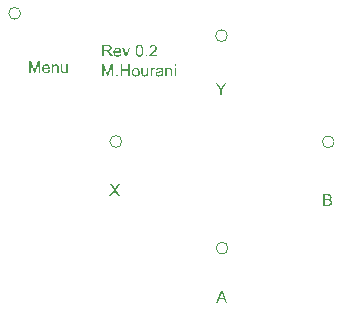
<source format=gbr>
%TF.GenerationSoftware,KiCad,Pcbnew,9.0.2*%
%TF.CreationDate,2025-07-03T16:06:06-04:00*%
%TF.ProjectId,SteamDeck_Action_Buttons_Replacement_Pad,53746561-6d44-4656-936b-5f416374696f,rev?*%
%TF.SameCoordinates,Original*%
%TF.FileFunction,Legend,Top*%
%TF.FilePolarity,Positive*%
%FSLAX46Y46*%
G04 Gerber Fmt 4.6, Leading zero omitted, Abs format (unit mm)*
G04 Created by KiCad (PCBNEW 9.0.2) date 2025-07-03 16:06:06*
%MOMM*%
%LPD*%
G01*
G04 APERTURE LIST*
%ADD10C,0.100000*%
G04 APERTURE END LIST*
D10*
G36*
X140606167Y-84180000D02*
G01*
X140993475Y-83656587D01*
X140651901Y-83175673D01*
X140809743Y-83175673D01*
X140991399Y-83432555D01*
X141072060Y-83555471D01*
X141107768Y-83500815D01*
X141151256Y-83441409D01*
X141352817Y-83175673D01*
X141496920Y-83175673D01*
X141145150Y-83649077D01*
X141524275Y-84180000D01*
X141360327Y-84180000D01*
X141108269Y-83822733D01*
X141064549Y-83755811D01*
X141016678Y-83830915D01*
X140765291Y-84180000D01*
X140606167Y-84180000D01*
G37*
G36*
X149980055Y-75630000D02*
G01*
X149980055Y-75204040D01*
X149594091Y-74625673D01*
X149755291Y-74625673D01*
X149952761Y-74928595D01*
X150054549Y-75098527D01*
X150163848Y-74921024D01*
X150357838Y-74625673D01*
X150512199Y-74625673D01*
X150112557Y-75204040D01*
X150112557Y-75630000D01*
X149980055Y-75630000D01*
G37*
G36*
X159174598Y-84019586D02*
G01*
X159235009Y-84030201D01*
X159282264Y-84046142D01*
X159325405Y-84070234D01*
X159361356Y-84101271D01*
X159390891Y-84139809D01*
X159412966Y-84183250D01*
X159425873Y-84227103D01*
X159430153Y-84272067D01*
X159426303Y-84313968D01*
X159414791Y-84354117D01*
X159395287Y-84393150D01*
X159368903Y-84427721D01*
X159334276Y-84458207D01*
X159290141Y-84484741D01*
X159347592Y-84507568D01*
X159393564Y-84537988D01*
X159429848Y-84576027D01*
X159456768Y-84621131D01*
X159473075Y-84671449D01*
X159478696Y-84728374D01*
X159471183Y-84796897D01*
X159448960Y-84859776D01*
X159414748Y-84914781D01*
X159375504Y-84953443D01*
X159327743Y-84981648D01*
X159265839Y-85003208D01*
X159196154Y-85015414D01*
X159104333Y-85020000D01*
X158722459Y-85020000D01*
X158722459Y-84903740D01*
X158855022Y-84903740D01*
X159104333Y-84903740D01*
X159194520Y-84898855D01*
X159237702Y-84887332D01*
X159270968Y-84871133D01*
X159298536Y-84847800D01*
X159321526Y-84814591D01*
X159336230Y-84775363D01*
X159341371Y-84728862D01*
X159338039Y-84691818D01*
X159328417Y-84659146D01*
X159312672Y-84630005D01*
X159291193Y-84604895D01*
X159264901Y-84585336D01*
X159233049Y-84571020D01*
X159176502Y-84558916D01*
X159086564Y-84553984D01*
X158855022Y-84553984D01*
X158855022Y-84903740D01*
X158722459Y-84903740D01*
X158722459Y-84437725D01*
X158855022Y-84437725D01*
X159071543Y-84437725D01*
X159153429Y-84434174D01*
X159197939Y-84426001D01*
X159243192Y-84405179D01*
X159274082Y-84375626D01*
X159292988Y-84337032D01*
X159299727Y-84287271D01*
X159293577Y-84239261D01*
X159275792Y-84198550D01*
X159257571Y-84175689D01*
X159235027Y-84158338D01*
X159207465Y-84146099D01*
X159155138Y-84136271D01*
X159055118Y-84131933D01*
X158855022Y-84131933D01*
X158855022Y-84437725D01*
X158722459Y-84437725D01*
X158722459Y-84015673D01*
X159098166Y-84015673D01*
X159174598Y-84019586D01*
G37*
G36*
X140533879Y-71369313D02*
G01*
X140600092Y-71378858D01*
X140647580Y-71392540D01*
X140690626Y-71414831D01*
X140727508Y-71446113D01*
X140758893Y-71487428D01*
X140782019Y-71534208D01*
X140795891Y-71583987D01*
X140800598Y-71637637D01*
X140796114Y-71689551D01*
X140783100Y-71736022D01*
X140761742Y-71778081D01*
X140731599Y-71816484D01*
X140695255Y-71847575D01*
X140648989Y-71873666D01*
X140590867Y-71894408D01*
X140518497Y-71908930D01*
X140567156Y-71935864D01*
X140598365Y-71959366D01*
X140653535Y-72018354D01*
X140708396Y-72094188D01*
X140882541Y-72370000D01*
X140715907Y-72370000D01*
X140583344Y-72158974D01*
X140487723Y-72019267D01*
X140449702Y-71975652D01*
X140420434Y-71951428D01*
X140390028Y-71934814D01*
X140359984Y-71924439D01*
X140286222Y-71919616D01*
X140132533Y-71919616D01*
X140132533Y-72370000D01*
X139999970Y-72370000D01*
X139999970Y-71807264D01*
X140132533Y-71807264D01*
X140417381Y-71807264D01*
X140503099Y-71801956D01*
X140559469Y-71788640D01*
X140591516Y-71773311D01*
X140617169Y-71753449D01*
X140637322Y-71728862D01*
X140657315Y-71685908D01*
X140663944Y-71639591D01*
X140658081Y-71594856D01*
X140641065Y-71556712D01*
X140612348Y-71523515D01*
X140575136Y-71499901D01*
X140522541Y-71484038D01*
X140449499Y-71478025D01*
X140132533Y-71478025D01*
X140132533Y-71807264D01*
X139999970Y-71807264D01*
X139999970Y-71365673D01*
X140444003Y-71365673D01*
X140533879Y-71369313D01*
G37*
G36*
X141361298Y-71634001D02*
G01*
X141423547Y-71652732D01*
X141478701Y-71683339D01*
X141527953Y-71726542D01*
X141566714Y-71778336D01*
X141595413Y-71840534D01*
X141613685Y-71915218D01*
X141620216Y-72005040D01*
X141619483Y-72037829D01*
X141078485Y-72037829D01*
X141085978Y-72097332D01*
X141100176Y-72146410D01*
X141120297Y-72186808D01*
X141146079Y-72219912D01*
X141189956Y-72254985D01*
X141239863Y-72275862D01*
X141297754Y-72283049D01*
X141341698Y-72278938D01*
X141379804Y-72267131D01*
X141413220Y-72247878D01*
X141441449Y-72221443D01*
X141466801Y-72184761D01*
X141489057Y-72135526D01*
X141616125Y-72151219D01*
X141589581Y-72221537D01*
X141552518Y-72278483D01*
X141504750Y-72324143D01*
X141462885Y-72350245D01*
X141415049Y-72369400D01*
X141360205Y-72381412D01*
X141297083Y-72385631D01*
X141218616Y-72378980D01*
X141151709Y-72360078D01*
X141094238Y-72329723D01*
X141044658Y-72287629D01*
X141005377Y-72236215D01*
X140976392Y-72174701D01*
X140957985Y-72101071D01*
X140951418Y-72012733D01*
X140957061Y-71935247D01*
X141085324Y-71935247D01*
X141490401Y-71935247D01*
X141480628Y-71876274D01*
X141464759Y-71832291D01*
X141443934Y-71800059D01*
X141412136Y-71769252D01*
X141376720Y-71747689D01*
X141336925Y-71734605D01*
X141291587Y-71730083D01*
X141237390Y-71736473D01*
X141190502Y-71755003D01*
X141149193Y-71785954D01*
X141117031Y-71826375D01*
X141095658Y-71875415D01*
X141085324Y-71935247D01*
X140957061Y-71935247D01*
X140958087Y-71921156D01*
X140976752Y-71844980D01*
X141006076Y-71781506D01*
X141045696Y-71728618D01*
X141096035Y-71684589D01*
X141152646Y-71653332D01*
X141216785Y-71634164D01*
X141290244Y-71627501D01*
X141361298Y-71634001D01*
G37*
G36*
X141971620Y-72370000D02*
G01*
X141695626Y-71643133D01*
X141825441Y-71643133D01*
X141981146Y-72078618D01*
X142027613Y-72225163D01*
X142073408Y-72086861D01*
X142234609Y-71643133D01*
X142361004Y-71643133D01*
X142086353Y-72370000D01*
X141971620Y-72370000D01*
G37*
G36*
X143203749Y-71365582D02*
G01*
X143250542Y-71376549D01*
X143292180Y-71394249D01*
X143330122Y-71418907D01*
X143363492Y-71449946D01*
X143392625Y-71487978D01*
X143427103Y-71553757D01*
X143454785Y-71637088D01*
X143470927Y-71732621D01*
X143477316Y-71874064D01*
X143472643Y-71992037D01*
X143459984Y-72085629D01*
X143441107Y-72158913D01*
X143411783Y-72227977D01*
X143375639Y-72283123D01*
X143332847Y-72326463D01*
X143281932Y-72358709D01*
X143222028Y-72378623D01*
X143150825Y-72385631D01*
X143080359Y-72378737D01*
X143020228Y-72359036D01*
X142968334Y-72326979D01*
X142923312Y-72281645D01*
X142891250Y-72232228D01*
X142864302Y-72169623D01*
X142843245Y-72091183D01*
X142829341Y-71993819D01*
X142824272Y-71874064D01*
X142824287Y-71873698D01*
X142950668Y-71873698D01*
X142955735Y-72005209D01*
X142968768Y-72097919D01*
X142986986Y-72160804D01*
X143008370Y-72201533D01*
X143040450Y-72238640D01*
X143074414Y-72263562D01*
X143110844Y-72278137D01*
X143150825Y-72283049D01*
X143190752Y-72278122D01*
X143227153Y-72263495D01*
X143261115Y-72238466D01*
X143293218Y-72201167D01*
X143314653Y-72160264D01*
X143332888Y-72097317D01*
X143345920Y-72004750D01*
X143350982Y-71873698D01*
X143345900Y-71741772D01*
X143332839Y-71648942D01*
X143314602Y-71586121D01*
X143293218Y-71545558D01*
X143261168Y-71508702D01*
X143227003Y-71483860D01*
X143190122Y-71469277D01*
X143149420Y-71464347D01*
X143108910Y-71468894D01*
X143073576Y-71482087D01*
X143042223Y-71504057D01*
X143014171Y-71535971D01*
X142990115Y-71581652D01*
X142970097Y-71648599D01*
X142956051Y-71743396D01*
X142950668Y-71873698D01*
X142824287Y-71873698D01*
X142828997Y-71755092D01*
X142841774Y-71661082D01*
X142860786Y-71587812D01*
X142890340Y-71518753D01*
X142926608Y-71463739D01*
X142969413Y-71420628D01*
X143020333Y-71388528D01*
X143080051Y-71368726D01*
X143150825Y-71361765D01*
X143203749Y-71365582D01*
G37*
G36*
X143670940Y-72370000D02*
G01*
X143670940Y-72229316D01*
X143810952Y-72229316D01*
X143810952Y-72370000D01*
X143670940Y-72370000D01*
G37*
G36*
X144636981Y-72253740D02*
G01*
X144636981Y-72370000D01*
X143975083Y-72370000D01*
X143977978Y-72326464D01*
X143989433Y-72284759D01*
X144021408Y-72219260D01*
X144070338Y-72151830D01*
X144133708Y-72085701D01*
X144231233Y-72000460D01*
X144339287Y-71906983D01*
X144409683Y-71837639D01*
X144451845Y-71787358D01*
X144485263Y-71732811D01*
X144503525Y-71683742D01*
X144509242Y-71638675D01*
X144503344Y-71591954D01*
X144486110Y-71551183D01*
X144456974Y-71514844D01*
X144419450Y-71487230D01*
X144374720Y-71470306D01*
X144320748Y-71464347D01*
X144263745Y-71470719D01*
X144217134Y-71488727D01*
X144178599Y-71518019D01*
X144149758Y-71556835D01*
X144131533Y-71605430D01*
X144124682Y-71666580D01*
X143998286Y-71653513D01*
X144010136Y-71583076D01*
X144030738Y-71524685D01*
X144059352Y-71476312D01*
X144095983Y-71436442D01*
X144140131Y-71404812D01*
X144191750Y-71381586D01*
X144252254Y-71366947D01*
X144323435Y-71361765D01*
X144395040Y-71367312D01*
X144455743Y-71382994D01*
X144507450Y-71407946D01*
X144551618Y-71442121D01*
X144588569Y-71484946D01*
X144614515Y-71531753D01*
X144630234Y-71583413D01*
X144635638Y-71641179D01*
X144629557Y-71700719D01*
X144611031Y-71759942D01*
X144579949Y-71817384D01*
X144529392Y-71882857D01*
X144461524Y-71951822D01*
X144339860Y-72059933D01*
X144239583Y-72146807D01*
X144197711Y-72186756D01*
X144168567Y-72220777D01*
X144145870Y-72253740D01*
X144636981Y-72253740D01*
G37*
G36*
X139993864Y-74050000D02*
G01*
X139993864Y-73045673D01*
X140193288Y-73045673D01*
X140430326Y-73757091D01*
X140478136Y-73905835D01*
X140531442Y-73744757D01*
X140771228Y-73045673D01*
X140949525Y-73045673D01*
X140949525Y-74050000D01*
X140821786Y-74050000D01*
X140821786Y-73208949D01*
X140530771Y-74050000D01*
X140411214Y-74050000D01*
X140121603Y-73194600D01*
X140121603Y-74050000D01*
X139993864Y-74050000D01*
G37*
G36*
X141182594Y-74050000D02*
G01*
X141182594Y-73909316D01*
X141322606Y-73909316D01*
X141322606Y-74050000D01*
X141182594Y-74050000D01*
G37*
G36*
X141556407Y-74050000D02*
G01*
X141556407Y-73045673D01*
X141688909Y-73045673D01*
X141688909Y-73459909D01*
X142209452Y-73459909D01*
X142209452Y-73045673D01*
X142341953Y-73045673D01*
X142341953Y-74050000D01*
X142209452Y-74050000D01*
X142209452Y-73576168D01*
X141688909Y-73576168D01*
X141688909Y-74050000D01*
X141556407Y-74050000D01*
G37*
G36*
X142914462Y-73313973D02*
G01*
X142978579Y-73332590D01*
X143035258Y-73362909D01*
X143085734Y-73405504D01*
X143125970Y-73457062D01*
X143155461Y-73518052D01*
X143174073Y-73590327D01*
X143180683Y-73676308D01*
X143175250Y-73769290D01*
X143160602Y-73841368D01*
X143138674Y-73896615D01*
X143106379Y-73946165D01*
X143065880Y-73987467D01*
X143016369Y-74021240D01*
X142961438Y-74045834D01*
X142903331Y-74060619D01*
X142841186Y-74065631D01*
X142766398Y-74059120D01*
X142701572Y-74040471D01*
X142644859Y-74010253D01*
X142594928Y-73967995D01*
X142555620Y-73916741D01*
X142526411Y-73854385D01*
X142507726Y-73778636D01*
X142501017Y-73686566D01*
X142501040Y-73686200D01*
X142627351Y-73686200D01*
X142631866Y-73756651D01*
X142644256Y-73813166D01*
X142663234Y-73858276D01*
X142688168Y-73894050D01*
X142720912Y-73924519D01*
X142756806Y-73945788D01*
X142796546Y-73958634D01*
X142841186Y-73963049D01*
X142885448Y-73958627D01*
X142924959Y-73945743D01*
X142960759Y-73924368D01*
X142993532Y-73893684D01*
X143018362Y-73857796D01*
X143037348Y-73812136D01*
X143049798Y-73754494D01*
X143054349Y-73682170D01*
X143049870Y-73614407D01*
X143037507Y-73559430D01*
X143018429Y-73514959D01*
X142993166Y-73479143D01*
X142960258Y-73448562D01*
X142924462Y-73427281D01*
X142885108Y-73414473D01*
X142841186Y-73410083D01*
X142796529Y-73414483D01*
X142756781Y-73427279D01*
X142720893Y-73448457D01*
X142688168Y-73478777D01*
X142663246Y-73514377D01*
X142644268Y-73559346D01*
X142631871Y-73615768D01*
X142627351Y-73686200D01*
X142501040Y-73686200D01*
X142506245Y-73604388D01*
X142520894Y-73535370D01*
X142543826Y-73477404D01*
X142574512Y-73428746D01*
X142613063Y-73388101D01*
X142661961Y-73353095D01*
X142715617Y-73328096D01*
X142774956Y-73312786D01*
X142841186Y-73307501D01*
X142914462Y-73313973D01*
G37*
G36*
X143799900Y-74050000D02*
G01*
X143799900Y-73943082D01*
X143762652Y-73988146D01*
X143721663Y-74022020D01*
X143676479Y-74045982D01*
X143626231Y-74060588D01*
X143569701Y-74065631D01*
X143507211Y-74059399D01*
X143449778Y-74041024D01*
X143399786Y-74012138D01*
X143367102Y-73979169D01*
X143344602Y-73938720D01*
X143329244Y-73887883D01*
X143323979Y-73846321D01*
X143321734Y-73773028D01*
X143321734Y-73323133D01*
X143444649Y-73323133D01*
X143444649Y-73726133D01*
X143447029Y-73814801D01*
X143452159Y-73856132D01*
X143463026Y-73886620D01*
X143479348Y-73911760D01*
X143501374Y-73932397D01*
X143527662Y-73947488D01*
X143558274Y-73956835D01*
X143594248Y-73960118D01*
X143647813Y-73953045D01*
X143698112Y-73931725D01*
X143727648Y-73910188D01*
X143750285Y-73884574D01*
X143766744Y-73854422D01*
X143781073Y-73799734D01*
X143786894Y-73712456D01*
X143786894Y-73323133D01*
X143909870Y-73323133D01*
X143909870Y-74050000D01*
X143799900Y-74050000D01*
G37*
G36*
X144100746Y-74050000D02*
G01*
X144100746Y-73323133D01*
X144211388Y-73323133D01*
X144211388Y-73432859D01*
X144255763Y-73364748D01*
X144289607Y-73331926D01*
X144327331Y-73313592D01*
X144368497Y-73307501D01*
X144408971Y-73311625D01*
X144450849Y-73324400D01*
X144494893Y-73346885D01*
X144452578Y-73460214D01*
X144406616Y-73439951D01*
X144362391Y-73433531D01*
X144324134Y-73439607D01*
X144289973Y-73457833D01*
X144262804Y-73486356D01*
X144244178Y-73525305D01*
X144228997Y-73593031D01*
X144223722Y-73669164D01*
X144223722Y-74050000D01*
X144100746Y-74050000D01*
G37*
G36*
X144963048Y-73313582D02*
G01*
X145025816Y-73329422D01*
X145078226Y-73355435D01*
X145111179Y-73384438D01*
X145133980Y-73420973D01*
X145149464Y-73468152D01*
X145153715Y-73505908D01*
X145155631Y-73581664D01*
X145155631Y-73745734D01*
X145158242Y-73902003D01*
X145163447Y-73962866D01*
X145175091Y-74007183D01*
X145194527Y-74050000D01*
X145066116Y-74050000D01*
X145050703Y-74009201D01*
X145041509Y-73959691D01*
X144972097Y-74010721D01*
X144910045Y-74041695D01*
X144845112Y-74059546D01*
X144774429Y-74065631D01*
X144714351Y-74061439D01*
X144664871Y-74049771D01*
X144624128Y-74031575D01*
X144590636Y-74007196D01*
X144562513Y-73975884D01*
X144542700Y-73941092D01*
X144530634Y-73902096D01*
X144526461Y-73857841D01*
X144526834Y-73854727D01*
X144657620Y-73854727D01*
X144661798Y-73885957D01*
X144674017Y-73913009D01*
X144694806Y-73936976D01*
X144721559Y-73954381D01*
X144757031Y-73965706D01*
X144803799Y-73969888D01*
X144850353Y-73966274D01*
X144892216Y-73955795D01*
X144930195Y-73938686D01*
X144964197Y-73915004D01*
X144991043Y-73886696D01*
X145011467Y-73853323D01*
X145025529Y-73806151D01*
X145031250Y-73729858D01*
X145031250Y-73684612D01*
X144955542Y-73708182D01*
X144830422Y-73731385D01*
X144760408Y-73744323D01*
X144723199Y-73756114D01*
X144695077Y-73773185D01*
X144674656Y-73796170D01*
X144661905Y-73823910D01*
X144657620Y-73854727D01*
X144526834Y-73854727D01*
X144532608Y-73806494D01*
X144550703Y-73760450D01*
X144578928Y-73720475D01*
X144614206Y-73689741D01*
X144655605Y-73666484D01*
X144702683Y-73649380D01*
X144811981Y-73630940D01*
X144950767Y-73609733D01*
X145031250Y-73588869D01*
X145031983Y-73556934D01*
X145027355Y-73508298D01*
X145015243Y-73474500D01*
X144997117Y-73451543D01*
X144963240Y-73429703D01*
X144917738Y-73415396D01*
X144857105Y-73410083D01*
X144799745Y-73414195D01*
X144758319Y-73424996D01*
X144729000Y-73440858D01*
X144705542Y-73464360D01*
X144684982Y-73499511D01*
X144667878Y-73549790D01*
X144547650Y-73533426D01*
X144561670Y-73482531D01*
X144579785Y-73440980D01*
X144601566Y-73407336D01*
X144629273Y-73378702D01*
X144665002Y-73354041D01*
X144710193Y-73333452D01*
X144784673Y-73314345D01*
X144874874Y-73307501D01*
X144963048Y-73313582D01*
G37*
G36*
X145345774Y-74050000D02*
G01*
X145345774Y-73323133D01*
X145456477Y-73323133D01*
X145456477Y-73425959D01*
X145491593Y-73383008D01*
X145531446Y-73350367D01*
X145576603Y-73326982D01*
X145628099Y-73312541D01*
X145687348Y-73307501D01*
X145750949Y-73313543D01*
X145807882Y-73331132D01*
X145857227Y-73359335D01*
X145890191Y-73392986D01*
X145913124Y-73434110D01*
X145928476Y-73483906D01*
X145933209Y-73524494D01*
X145935315Y-73603524D01*
X145935315Y-74050000D01*
X145812339Y-74050000D01*
X145812339Y-73607554D01*
X145808127Y-73537076D01*
X145797990Y-73494897D01*
X145778346Y-73461567D01*
X145747126Y-73435301D01*
X145708143Y-73418779D01*
X145661397Y-73413014D01*
X145610889Y-73418691D01*
X145566145Y-73435267D01*
X145525781Y-73463023D01*
X145503267Y-73489652D01*
X145485485Y-73527702D01*
X145473350Y-73580619D01*
X145468750Y-73652739D01*
X145468750Y-74050000D01*
X145345774Y-74050000D01*
G37*
G36*
X146124176Y-73186357D02*
G01*
X146124176Y-73045673D01*
X146247091Y-73045673D01*
X146247091Y-73186357D01*
X146124176Y-73186357D01*
G37*
G36*
X146124176Y-74050000D02*
G01*
X146124176Y-73323133D01*
X146247091Y-73323133D01*
X146247091Y-74050000D01*
X146124176Y-74050000D01*
G37*
G36*
X150605205Y-93240000D02*
G01*
X150454202Y-93240000D01*
X150337393Y-92935184D01*
X149918639Y-92935184D01*
X149808668Y-93240000D01*
X149667923Y-93240000D01*
X149826561Y-92825764D01*
X149956924Y-92825764D01*
X150296421Y-92825764D01*
X150191885Y-92548487D01*
X150148206Y-92427490D01*
X150120872Y-92340881D01*
X150097918Y-92436495D01*
X150066894Y-92532123D01*
X149956924Y-92825764D01*
X149826561Y-92825764D01*
X150052545Y-92235673D01*
X150195305Y-92235673D01*
X150605205Y-93240000D01*
G37*
G36*
X133803864Y-73760000D02*
G01*
X133803864Y-72755673D01*
X134003288Y-72755673D01*
X134240326Y-73467091D01*
X134288136Y-73615835D01*
X134341442Y-73454757D01*
X134581228Y-72755673D01*
X134759525Y-72755673D01*
X134759525Y-73760000D01*
X134631786Y-73760000D01*
X134631786Y-72918949D01*
X134340771Y-73760000D01*
X134221214Y-73760000D01*
X133931603Y-72904600D01*
X133931603Y-73760000D01*
X133803864Y-73760000D01*
G37*
G36*
X135326636Y-73024001D02*
G01*
X135388886Y-73042732D01*
X135444040Y-73073339D01*
X135493292Y-73116542D01*
X135532053Y-73168336D01*
X135560751Y-73230534D01*
X135579024Y-73305218D01*
X135585554Y-73395040D01*
X135584822Y-73427829D01*
X135043824Y-73427829D01*
X135051317Y-73487332D01*
X135065514Y-73536410D01*
X135085635Y-73576808D01*
X135111418Y-73609912D01*
X135155294Y-73644985D01*
X135205201Y-73665862D01*
X135263093Y-73673049D01*
X135307036Y-73668938D01*
X135345142Y-73657131D01*
X135378558Y-73637878D01*
X135406787Y-73611443D01*
X135432140Y-73574761D01*
X135454396Y-73525526D01*
X135581463Y-73541219D01*
X135554919Y-73611537D01*
X135517856Y-73668483D01*
X135470088Y-73714143D01*
X135428223Y-73740245D01*
X135380388Y-73759400D01*
X135325543Y-73771412D01*
X135262421Y-73775631D01*
X135183955Y-73768980D01*
X135117048Y-73750078D01*
X135059577Y-73719723D01*
X135009996Y-73677629D01*
X134970716Y-73626215D01*
X134941730Y-73564701D01*
X134923324Y-73491071D01*
X134916756Y-73402733D01*
X134922400Y-73325247D01*
X135050662Y-73325247D01*
X135455739Y-73325247D01*
X135445967Y-73266274D01*
X135430098Y-73222291D01*
X135409272Y-73190059D01*
X135377475Y-73159252D01*
X135342058Y-73137689D01*
X135302264Y-73124605D01*
X135256926Y-73120083D01*
X135202729Y-73126473D01*
X135155841Y-73145003D01*
X135114532Y-73175954D01*
X135082369Y-73216375D01*
X135060996Y-73265415D01*
X135050662Y-73325247D01*
X134922400Y-73325247D01*
X134923426Y-73311156D01*
X134942091Y-73234980D01*
X134971415Y-73171506D01*
X135011034Y-73118618D01*
X135061373Y-73074589D01*
X135117984Y-73043332D01*
X135182123Y-73024164D01*
X135255582Y-73017501D01*
X135326636Y-73024001D01*
G37*
G36*
X135735397Y-73760000D02*
G01*
X135735397Y-73033133D01*
X135846100Y-73033133D01*
X135846100Y-73135959D01*
X135881217Y-73093008D01*
X135921069Y-73060367D01*
X135966226Y-73036982D01*
X136017722Y-73022541D01*
X136076971Y-73017501D01*
X136140572Y-73023543D01*
X136197505Y-73041132D01*
X136246850Y-73069335D01*
X136279815Y-73102986D01*
X136302747Y-73144110D01*
X136318100Y-73193906D01*
X136322833Y-73234494D01*
X136324938Y-73313524D01*
X136324938Y-73760000D01*
X136201962Y-73760000D01*
X136201962Y-73317554D01*
X136197750Y-73247076D01*
X136187613Y-73204897D01*
X136167969Y-73171567D01*
X136136749Y-73145301D01*
X136097766Y-73128779D01*
X136051020Y-73123014D01*
X136000512Y-73128691D01*
X135955768Y-73145267D01*
X135915404Y-73173023D01*
X135892890Y-73199652D01*
X135875108Y-73237702D01*
X135862973Y-73290619D01*
X135858374Y-73362739D01*
X135858374Y-73760000D01*
X135735397Y-73760000D01*
G37*
G36*
X136988546Y-73760000D02*
G01*
X136988546Y-73653082D01*
X136951298Y-73698146D01*
X136910309Y-73732020D01*
X136865125Y-73755982D01*
X136814877Y-73770588D01*
X136758347Y-73775631D01*
X136695857Y-73769399D01*
X136638424Y-73751024D01*
X136588432Y-73722138D01*
X136555748Y-73689169D01*
X136533248Y-73648720D01*
X136517890Y-73597883D01*
X136512626Y-73556321D01*
X136510380Y-73483028D01*
X136510380Y-73033133D01*
X136633295Y-73033133D01*
X136633295Y-73436133D01*
X136635675Y-73524801D01*
X136640806Y-73566132D01*
X136651673Y-73596620D01*
X136667994Y-73621760D01*
X136690020Y-73642397D01*
X136716309Y-73657488D01*
X136746920Y-73666835D01*
X136782894Y-73670118D01*
X136836459Y-73663045D01*
X136886758Y-73641725D01*
X136916294Y-73620188D01*
X136938931Y-73594574D01*
X136955390Y-73564422D01*
X136969719Y-73509734D01*
X136975540Y-73422456D01*
X136975540Y-73033133D01*
X137098517Y-73033133D01*
X137098517Y-73760000D01*
X136988546Y-73760000D01*
G37*
%TO.C,REF\u002A\u002A*%
X150650000Y-88590000D02*
G75*
G02*
X149650000Y-88590000I-500000J0D01*
G01*
X149650000Y-88590000D02*
G75*
G02*
X150650000Y-88590000I500000J0D01*
G01*
X159640000Y-79600000D02*
G75*
G02*
X158640000Y-79600000I-500000J0D01*
G01*
X158640000Y-79600000D02*
G75*
G02*
X159640000Y-79600000I500000J0D01*
G01*
X133090000Y-68710000D02*
G75*
G02*
X132090000Y-68710000I-500000J0D01*
G01*
X132090000Y-68710000D02*
G75*
G02*
X133090000Y-68710000I500000J0D01*
G01*
X141660000Y-79570000D02*
G75*
G02*
X140660000Y-79570000I-500000J0D01*
G01*
X140660000Y-79570000D02*
G75*
G02*
X141660000Y-79570000I500000J0D01*
G01*
X150600000Y-70600000D02*
G75*
G02*
X149600000Y-70600000I-500000J0D01*
G01*
X149600000Y-70600000D02*
G75*
G02*
X150600000Y-70600000I500000J0D01*
G01*
%TD*%
M02*

</source>
